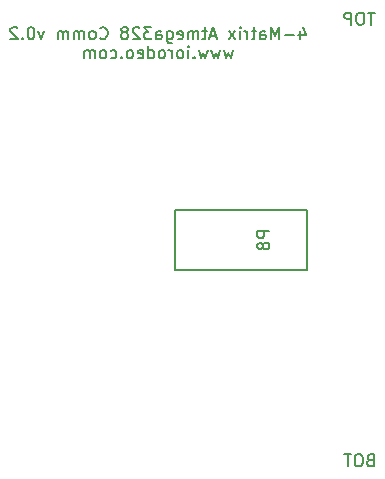
<source format=gbo>
G04 (created by PCBNEW (2013-mar-13)-testing) date Mon 29 Sep 2014 05:02:38 PM PDT*
%MOIN*%
G04 Gerber Fmt 3.4, Leading zero omitted, Abs format*
%FSLAX34Y34*%
G01*
G70*
G90*
G04 APERTURE LIST*
%ADD10C,0.005906*%
%ADD11C,0.008000*%
G04 APERTURE END LIST*
G54D10*
G54D11*
X32213Y-20594D02*
X32213Y-20860D01*
X32308Y-20441D02*
X32403Y-20727D01*
X32156Y-20727D01*
X32003Y-20708D02*
X31699Y-20708D01*
X31508Y-20860D02*
X31508Y-20460D01*
X31375Y-20746D01*
X31241Y-20460D01*
X31241Y-20860D01*
X30879Y-20860D02*
X30879Y-20651D01*
X30899Y-20613D01*
X30937Y-20594D01*
X31013Y-20594D01*
X31051Y-20613D01*
X30879Y-20841D02*
X30918Y-20860D01*
X31013Y-20860D01*
X31051Y-20841D01*
X31070Y-20803D01*
X31070Y-20765D01*
X31051Y-20727D01*
X31013Y-20708D01*
X30918Y-20708D01*
X30879Y-20689D01*
X30746Y-20594D02*
X30594Y-20594D01*
X30689Y-20460D02*
X30689Y-20803D01*
X30670Y-20841D01*
X30632Y-20860D01*
X30594Y-20860D01*
X30460Y-20860D02*
X30460Y-20594D01*
X30460Y-20670D02*
X30441Y-20632D01*
X30422Y-20613D01*
X30384Y-20594D01*
X30346Y-20594D01*
X30213Y-20860D02*
X30213Y-20594D01*
X30213Y-20460D02*
X30232Y-20480D01*
X30213Y-20499D01*
X30194Y-20480D01*
X30213Y-20460D01*
X30213Y-20499D01*
X30060Y-20860D02*
X29851Y-20594D01*
X30060Y-20594D02*
X29851Y-20860D01*
X29413Y-20746D02*
X29222Y-20746D01*
X29451Y-20860D02*
X29318Y-20460D01*
X29184Y-20860D01*
X29108Y-20594D02*
X28956Y-20594D01*
X29051Y-20460D02*
X29051Y-20803D01*
X29032Y-20841D01*
X28994Y-20860D01*
X28956Y-20860D01*
X28822Y-20860D02*
X28822Y-20594D01*
X28822Y-20632D02*
X28803Y-20613D01*
X28765Y-20594D01*
X28708Y-20594D01*
X28670Y-20613D01*
X28651Y-20651D01*
X28651Y-20860D01*
X28651Y-20651D02*
X28632Y-20613D01*
X28594Y-20594D01*
X28537Y-20594D01*
X28499Y-20613D01*
X28480Y-20651D01*
X28480Y-20860D01*
X28137Y-20841D02*
X28175Y-20860D01*
X28251Y-20860D01*
X28289Y-20841D01*
X28308Y-20803D01*
X28308Y-20651D01*
X28289Y-20613D01*
X28251Y-20594D01*
X28175Y-20594D01*
X28137Y-20613D01*
X28118Y-20651D01*
X28118Y-20689D01*
X28308Y-20727D01*
X27775Y-20594D02*
X27775Y-20918D01*
X27794Y-20956D01*
X27813Y-20975D01*
X27851Y-20994D01*
X27908Y-20994D01*
X27946Y-20975D01*
X27775Y-20841D02*
X27813Y-20860D01*
X27889Y-20860D01*
X27927Y-20841D01*
X27946Y-20822D01*
X27965Y-20784D01*
X27965Y-20670D01*
X27946Y-20632D01*
X27927Y-20613D01*
X27889Y-20594D01*
X27813Y-20594D01*
X27775Y-20613D01*
X27413Y-20860D02*
X27413Y-20651D01*
X27432Y-20613D01*
X27470Y-20594D01*
X27546Y-20594D01*
X27584Y-20613D01*
X27413Y-20841D02*
X27451Y-20860D01*
X27546Y-20860D01*
X27584Y-20841D01*
X27603Y-20803D01*
X27603Y-20765D01*
X27584Y-20727D01*
X27546Y-20708D01*
X27451Y-20708D01*
X27413Y-20689D01*
X27260Y-20460D02*
X27013Y-20460D01*
X27146Y-20613D01*
X27089Y-20613D01*
X27051Y-20632D01*
X27032Y-20651D01*
X27013Y-20689D01*
X27013Y-20784D01*
X27032Y-20822D01*
X27051Y-20841D01*
X27089Y-20860D01*
X27203Y-20860D01*
X27241Y-20841D01*
X27260Y-20822D01*
X26860Y-20499D02*
X26841Y-20480D01*
X26803Y-20460D01*
X26708Y-20460D01*
X26670Y-20480D01*
X26651Y-20499D01*
X26632Y-20537D01*
X26632Y-20575D01*
X26651Y-20632D01*
X26880Y-20860D01*
X26632Y-20860D01*
X26403Y-20632D02*
X26441Y-20613D01*
X26460Y-20594D01*
X26480Y-20556D01*
X26480Y-20537D01*
X26460Y-20499D01*
X26441Y-20480D01*
X26403Y-20460D01*
X26327Y-20460D01*
X26289Y-20480D01*
X26270Y-20499D01*
X26251Y-20537D01*
X26251Y-20556D01*
X26270Y-20594D01*
X26289Y-20613D01*
X26327Y-20632D01*
X26403Y-20632D01*
X26441Y-20651D01*
X26460Y-20670D01*
X26480Y-20708D01*
X26480Y-20784D01*
X26460Y-20822D01*
X26441Y-20841D01*
X26403Y-20860D01*
X26327Y-20860D01*
X26289Y-20841D01*
X26270Y-20822D01*
X26251Y-20784D01*
X26251Y-20708D01*
X26270Y-20670D01*
X26289Y-20651D01*
X26327Y-20632D01*
X25546Y-20822D02*
X25565Y-20841D01*
X25622Y-20860D01*
X25660Y-20860D01*
X25718Y-20841D01*
X25756Y-20803D01*
X25775Y-20765D01*
X25794Y-20689D01*
X25794Y-20632D01*
X25775Y-20556D01*
X25756Y-20518D01*
X25718Y-20480D01*
X25660Y-20460D01*
X25622Y-20460D01*
X25565Y-20480D01*
X25546Y-20499D01*
X25318Y-20860D02*
X25356Y-20841D01*
X25375Y-20822D01*
X25394Y-20784D01*
X25394Y-20670D01*
X25375Y-20632D01*
X25356Y-20613D01*
X25318Y-20594D01*
X25260Y-20594D01*
X25222Y-20613D01*
X25203Y-20632D01*
X25184Y-20670D01*
X25184Y-20784D01*
X25203Y-20822D01*
X25222Y-20841D01*
X25260Y-20860D01*
X25318Y-20860D01*
X25013Y-20860D02*
X25013Y-20594D01*
X25013Y-20632D02*
X24994Y-20613D01*
X24956Y-20594D01*
X24899Y-20594D01*
X24860Y-20613D01*
X24841Y-20651D01*
X24841Y-20860D01*
X24841Y-20651D02*
X24822Y-20613D01*
X24784Y-20594D01*
X24727Y-20594D01*
X24689Y-20613D01*
X24670Y-20651D01*
X24670Y-20860D01*
X24480Y-20860D02*
X24480Y-20594D01*
X24480Y-20632D02*
X24460Y-20613D01*
X24422Y-20594D01*
X24365Y-20594D01*
X24327Y-20613D01*
X24308Y-20651D01*
X24308Y-20860D01*
X24308Y-20651D02*
X24289Y-20613D01*
X24251Y-20594D01*
X24194Y-20594D01*
X24156Y-20613D01*
X24137Y-20651D01*
X24137Y-20860D01*
X23680Y-20594D02*
X23584Y-20860D01*
X23489Y-20594D01*
X23260Y-20460D02*
X23222Y-20460D01*
X23184Y-20480D01*
X23165Y-20499D01*
X23146Y-20537D01*
X23127Y-20613D01*
X23127Y-20708D01*
X23146Y-20784D01*
X23165Y-20822D01*
X23184Y-20841D01*
X23222Y-20860D01*
X23260Y-20860D01*
X23299Y-20841D01*
X23318Y-20822D01*
X23337Y-20784D01*
X23356Y-20708D01*
X23356Y-20613D01*
X23337Y-20537D01*
X23318Y-20499D01*
X23299Y-20480D01*
X23260Y-20460D01*
X22956Y-20822D02*
X22937Y-20841D01*
X22956Y-20860D01*
X22975Y-20841D01*
X22956Y-20822D01*
X22956Y-20860D01*
X22784Y-20499D02*
X22765Y-20480D01*
X22727Y-20460D01*
X22632Y-20460D01*
X22594Y-20480D01*
X22575Y-20499D01*
X22556Y-20537D01*
X22556Y-20575D01*
X22575Y-20632D01*
X22803Y-20860D01*
X22556Y-20860D01*
X29975Y-21234D02*
X29899Y-21500D01*
X29822Y-21310D01*
X29746Y-21500D01*
X29670Y-21234D01*
X29556Y-21234D02*
X29480Y-21500D01*
X29403Y-21310D01*
X29327Y-21500D01*
X29251Y-21234D01*
X29137Y-21234D02*
X29060Y-21500D01*
X28984Y-21310D01*
X28908Y-21500D01*
X28832Y-21234D01*
X28680Y-21462D02*
X28660Y-21481D01*
X28680Y-21500D01*
X28699Y-21481D01*
X28680Y-21462D01*
X28680Y-21500D01*
X28489Y-21500D02*
X28489Y-21234D01*
X28489Y-21100D02*
X28508Y-21120D01*
X28489Y-21139D01*
X28470Y-21120D01*
X28489Y-21100D01*
X28489Y-21139D01*
X28241Y-21500D02*
X28279Y-21481D01*
X28299Y-21462D01*
X28318Y-21424D01*
X28318Y-21310D01*
X28299Y-21272D01*
X28279Y-21253D01*
X28241Y-21234D01*
X28184Y-21234D01*
X28146Y-21253D01*
X28127Y-21272D01*
X28108Y-21310D01*
X28108Y-21424D01*
X28127Y-21462D01*
X28146Y-21481D01*
X28184Y-21500D01*
X28241Y-21500D01*
X27937Y-21500D02*
X27937Y-21234D01*
X27937Y-21310D02*
X27918Y-21272D01*
X27899Y-21253D01*
X27860Y-21234D01*
X27822Y-21234D01*
X27632Y-21500D02*
X27670Y-21481D01*
X27689Y-21462D01*
X27708Y-21424D01*
X27708Y-21310D01*
X27689Y-21272D01*
X27670Y-21253D01*
X27632Y-21234D01*
X27575Y-21234D01*
X27537Y-21253D01*
X27518Y-21272D01*
X27499Y-21310D01*
X27499Y-21424D01*
X27518Y-21462D01*
X27537Y-21481D01*
X27575Y-21500D01*
X27632Y-21500D01*
X27156Y-21500D02*
X27156Y-21100D01*
X27156Y-21481D02*
X27194Y-21500D01*
X27270Y-21500D01*
X27308Y-21481D01*
X27327Y-21462D01*
X27346Y-21424D01*
X27346Y-21310D01*
X27327Y-21272D01*
X27308Y-21253D01*
X27270Y-21234D01*
X27194Y-21234D01*
X27156Y-21253D01*
X26813Y-21481D02*
X26851Y-21500D01*
X26927Y-21500D01*
X26965Y-21481D01*
X26984Y-21443D01*
X26984Y-21291D01*
X26965Y-21253D01*
X26927Y-21234D01*
X26851Y-21234D01*
X26813Y-21253D01*
X26794Y-21291D01*
X26794Y-21329D01*
X26984Y-21367D01*
X26565Y-21500D02*
X26603Y-21481D01*
X26622Y-21462D01*
X26641Y-21424D01*
X26641Y-21310D01*
X26622Y-21272D01*
X26603Y-21253D01*
X26565Y-21234D01*
X26508Y-21234D01*
X26470Y-21253D01*
X26451Y-21272D01*
X26432Y-21310D01*
X26432Y-21424D01*
X26451Y-21462D01*
X26470Y-21481D01*
X26508Y-21500D01*
X26565Y-21500D01*
X26260Y-21462D02*
X26241Y-21481D01*
X26260Y-21500D01*
X26280Y-21481D01*
X26260Y-21462D01*
X26260Y-21500D01*
X25899Y-21481D02*
X25937Y-21500D01*
X26013Y-21500D01*
X26051Y-21481D01*
X26070Y-21462D01*
X26089Y-21424D01*
X26089Y-21310D01*
X26070Y-21272D01*
X26051Y-21253D01*
X26013Y-21234D01*
X25937Y-21234D01*
X25899Y-21253D01*
X25670Y-21500D02*
X25708Y-21481D01*
X25727Y-21462D01*
X25746Y-21424D01*
X25746Y-21310D01*
X25727Y-21272D01*
X25708Y-21253D01*
X25670Y-21234D01*
X25613Y-21234D01*
X25575Y-21253D01*
X25556Y-21272D01*
X25537Y-21310D01*
X25537Y-21424D01*
X25556Y-21462D01*
X25575Y-21481D01*
X25613Y-21500D01*
X25670Y-21500D01*
X25365Y-21500D02*
X25365Y-21234D01*
X25365Y-21272D02*
X25346Y-21253D01*
X25308Y-21234D01*
X25251Y-21234D01*
X25213Y-21253D01*
X25194Y-21291D01*
X25194Y-21500D01*
X25194Y-21291D02*
X25175Y-21253D01*
X25137Y-21234D01*
X25080Y-21234D01*
X25041Y-21253D01*
X25022Y-21291D01*
X25022Y-21500D01*
X34545Y-34892D02*
X34488Y-34911D01*
X34469Y-34930D01*
X34450Y-34968D01*
X34450Y-35026D01*
X34469Y-35064D01*
X34488Y-35083D01*
X34526Y-35102D01*
X34679Y-35102D01*
X34679Y-34702D01*
X34545Y-34702D01*
X34507Y-34721D01*
X34488Y-34740D01*
X34469Y-34778D01*
X34469Y-34816D01*
X34488Y-34854D01*
X34507Y-34873D01*
X34545Y-34892D01*
X34679Y-34892D01*
X34203Y-34702D02*
X34126Y-34702D01*
X34088Y-34721D01*
X34050Y-34759D01*
X34031Y-34835D01*
X34031Y-34968D01*
X34050Y-35045D01*
X34088Y-35083D01*
X34126Y-35102D01*
X34203Y-35102D01*
X34241Y-35083D01*
X34279Y-35045D01*
X34298Y-34968D01*
X34298Y-34835D01*
X34279Y-34759D01*
X34241Y-34721D01*
X34203Y-34702D01*
X33917Y-34702D02*
X33688Y-34702D01*
X33803Y-35102D02*
X33803Y-34702D01*
X34697Y-19977D02*
X34468Y-19977D01*
X34582Y-20377D02*
X34582Y-19977D01*
X34258Y-19977D02*
X34182Y-19977D01*
X34144Y-19996D01*
X34106Y-20034D01*
X34087Y-20111D01*
X34087Y-20244D01*
X34106Y-20320D01*
X34144Y-20358D01*
X34182Y-20377D01*
X34258Y-20377D01*
X34297Y-20358D01*
X34335Y-20320D01*
X34354Y-20244D01*
X34354Y-20111D01*
X34335Y-20034D01*
X34297Y-19996D01*
X34258Y-19977D01*
X33916Y-20377D02*
X33916Y-19977D01*
X33763Y-19977D01*
X33725Y-19996D01*
X33706Y-20015D01*
X33687Y-20053D01*
X33687Y-20111D01*
X33706Y-20149D01*
X33725Y-20168D01*
X33763Y-20187D01*
X33916Y-20187D01*
G54D10*
X32457Y-26559D02*
X32457Y-28559D01*
X32457Y-28559D02*
X28057Y-28559D01*
X28057Y-28559D02*
X28057Y-26559D01*
X28057Y-26559D02*
X32457Y-26559D01*
X31185Y-27268D02*
X30792Y-27268D01*
X30792Y-27418D01*
X30811Y-27455D01*
X30829Y-27474D01*
X30867Y-27493D01*
X30923Y-27493D01*
X30961Y-27474D01*
X30979Y-27455D01*
X30998Y-27418D01*
X30998Y-27268D01*
X30961Y-27718D02*
X30942Y-27680D01*
X30923Y-27662D01*
X30886Y-27643D01*
X30867Y-27643D01*
X30829Y-27662D01*
X30811Y-27680D01*
X30792Y-27718D01*
X30792Y-27793D01*
X30811Y-27830D01*
X30829Y-27849D01*
X30867Y-27868D01*
X30886Y-27868D01*
X30923Y-27849D01*
X30942Y-27830D01*
X30961Y-27793D01*
X30961Y-27718D01*
X30979Y-27680D01*
X30998Y-27662D01*
X31035Y-27643D01*
X31110Y-27643D01*
X31148Y-27662D01*
X31167Y-27680D01*
X31185Y-27718D01*
X31185Y-27793D01*
X31167Y-27830D01*
X31148Y-27849D01*
X31110Y-27868D01*
X31035Y-27868D01*
X30998Y-27849D01*
X30979Y-27830D01*
X30961Y-27793D01*
M02*

</source>
